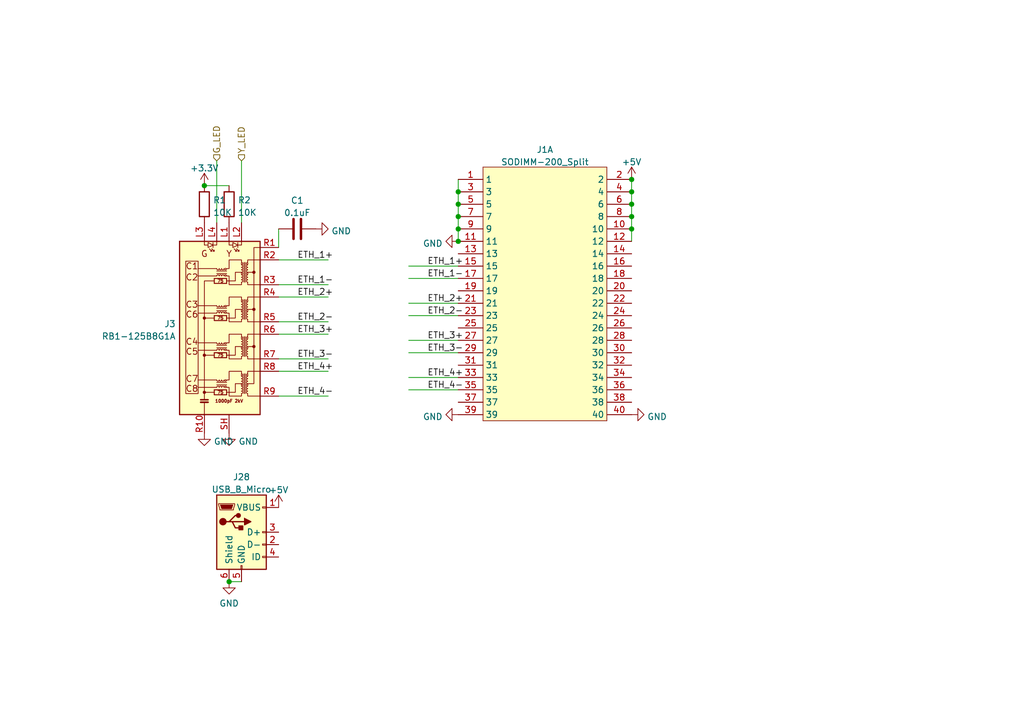
<source format=kicad_sch>
(kicad_sch (version 20211123) (generator eeschema)
  (paper "A5")
  (lib_symbols
    (symbol "Connector:RB1-125B8G1A" (pin_names hide)
      (property "Reference" "J" (at -7.62 20.32 0))
      (property "Value" "RB1-125B8G1A" (at 15.24 20.32 0))
      (symbol "RB1-125B8G1A_0_0"
        (polyline (pts (xy -0.508 -11.938) (xy -2.54 -11.938)))
        (polyline (pts (xy 0 -10.922) (xy -3.81 -10.922)))
        (polyline (pts (xy 0 -9.398) (xy -3.81 -9.398)))
        (polyline (pts (xy 0 -3.302) (xy -3.81 -3.302)))
        (polyline (pts (xy 0 -1.778) (xy -3.81 -1.778)))
        (polyline (pts (xy 0 4.318) (xy -3.81 4.318)))
        (polyline (pts (xy 0 5.842) (xy -3.81 5.842)))
        (polyline (pts (xy 0 11.938) (xy -3.81 11.938)))
        (polyline (pts (xy 0 13.462) (xy -3.81 13.462)))
        (polyline (pts (xy 6.35 5.08) (xy 7.62 5.08)))
        (polyline (pts (xy 7.62 -2.54) (xy 6.35 -2.54)))
        (polyline (pts (xy 7.62 12.7) (xy 6.35 12.7)))
        (polyline (pts (xy 2.032 -11.938) (xy 3.81 -11.938) (xy 3.81 -10.16) (xy 5.08 -10.16)))
        (polyline (pts (xy 2.032 -4.318) (xy 3.81 -4.318) (xy 3.81 -2.54) (xy 5.08 -2.54)))
        (polyline (pts (xy 2.032 3.302) (xy 3.81 3.302) (xy 3.81 5.08) (xy 5.08 5.08)))
        (polyline (pts (xy 2.032 10.922) (xy 3.81 10.922) (xy 3.81 12.7) (xy 5.08 12.7)))
        (text "1000pF 2kV" (at 2.54 -13.716 0) (effects (font (size 0.635 0.635))))
        (text "75" (at 0.762 -11.938 0) (effects (font (size 0.635 0.635))))
        (text "75" (at 0.762 -4.318 0) (effects (font (size 0.635 0.635))))
        (text "75" (at 0.762 3.302 0) (effects (font (size 0.635 0.635))))
        (text "75" (at 0.762 10.922 0) (effects (font (size 0.635 0.635))))
        (text "C1" (at -5.08 13.97 0) (effects (font (size 1.27 1.27))))
        (text "C2" (at -5.08 11.684 0) (effects (font (size 1.27 1.27))))
        (text "C3" (at -5.08 6.096 0) (effects (font (size 1.27 1.27))))
        (text "C4" (at -5.08 -1.524 0) (effects (font (size 1.27 1.27))))
        (text "C5" (at -5.08 -3.556 0) (effects (font (size 1.27 1.27))))
        (text "C6" (at -5.08 4.064 0) (effects (font (size 1.27 1.27))))
        (text "C7" (at -5.08 -9.144 0) (effects (font (size 1.27 1.27))))
        (text "C8" (at -5.08 -11.176 0) (effects (font (size 1.27 1.27))))
        (text "G" (at -2.54 16.51 0) (effects (font (size 1.27 1.27))))
        (text "Y" (at 2.54 16.51 0) (effects (font (size 1.27 1.27))))
      )
      (symbol "RB1-125B8G1A_0_1"
        (rectangle (start -3.81 -12.192) (end -6.35 14.986))
        (circle (center -2.54 -11.938) (radius 0.254) (fill (type outline)))
        (circle (center -2.54 -4.318) (radius 0.254) (fill (type outline)))
        (circle (center -2.54 3.302) (radius 0.254) (fill (type outline)))
        (rectangle (start -0.508 -12.446) (end 2.032 -11.43) (stroke (width 0.2032)))
        (rectangle (start -0.508 -4.826) (end 2.032 -3.81) (stroke (width 0.2032)))
        (rectangle (start -0.508 2.794) (end 2.032 3.81) (stroke (width 0.2032)))
        (rectangle (start -0.508 10.414) (end 2.032 11.43) (stroke (width 0.2032)))
        (arc (start 0 -9.398) (mid 0.254 -9.652) (end 0.508 -9.398))
        (arc (start 0 -1.778) (mid 0.254 -2.032) (end 0.508 -1.778))
        (polyline (pts (xy -3.302 -13.97) (xy -1.778 -13.97)) (stroke (width 0.3302)))
        (polyline (pts (xy -3.302 -13.462) (xy -1.778 -13.462)) (stroke (width 0.3048)))
        (polyline (pts (xy -2.54 -16.51) (xy -2.54 -13.97)))
        (polyline (pts (xy -2.54 3.302) (xy -0.508 3.302)))
        (polyline (pts (xy -1.016 17.018) (xy -1.524 17.526)))
        (polyline (pts (xy -0.762 18.796) (xy -0.762 17.78)))
        (polyline (pts (xy -0.508 -4.318) (xy -2.54 -4.318)))
        (polyline (pts (xy -0.508 17.018) (xy -1.016 17.526)))
        (polyline (pts (xy 0 -10.414) (xy 2.032 -10.414)))
        (polyline (pts (xy 0 -2.794) (xy 2.032 -2.794)))
        (polyline (pts (xy 0 4.826) (xy 2.032 4.826)))
        (polyline (pts (xy 0 12.446) (xy 2.032 12.446)))
        (polyline (pts (xy 2.032 -9.906) (xy 0 -9.906)))
        (polyline (pts (xy 2.032 -2.286) (xy 0 -2.286)))
        (polyline (pts (xy 2.032 5.334) (xy 0 5.334)))
        (polyline (pts (xy 2.032 12.954) (xy 0 12.954)))
        (polyline (pts (xy 4.064 17.018) (xy 3.556 17.526)))
        (polyline (pts (xy 4.318 18.796) (xy 4.318 17.78)))
        (polyline (pts (xy 4.572 17.018) (xy 4.064 17.526)))
        (polyline (pts (xy 5.588 -8.128) (xy 5.588 -12.192)))
        (polyline (pts (xy 5.588 -0.508) (xy 5.588 -4.572)))
        (polyline (pts (xy 5.588 7.112) (xy 5.588 3.048)))
        (polyline (pts (xy 5.588 14.732) (xy 5.588 10.668)))
        (polyline (pts (xy 5.842 -12.192) (xy 5.842 -8.128)))
        (polyline (pts (xy 5.842 -4.572) (xy 5.842 -0.508)))
        (polyline (pts (xy 5.842 3.048) (xy 5.842 7.112)))
        (polyline (pts (xy 5.842 10.668) (xy 5.842 14.732)))
        (polyline (pts (xy -2.54 -13.462) (xy -2.54 10.922) (xy -0.508 10.922)))
        (polyline (pts (xy -2.54 19.05) (xy -2.54 18.288) (xy -1.778 18.288)))
        (polyline (pts (xy -1.016 17.272) (xy -1.016 17.018) (xy -1.27 17.018)))
        (polyline (pts (xy -0.508 17.272) (xy -0.508 17.018) (xy -0.762 17.018)))
        (polyline (pts (xy 0 19.05) (xy 0 18.288) (xy -0.762 18.288)))
        (polyline (pts (xy 2.54 19.05) (xy 2.54 18.288) (xy 3.302 18.288)))
        (polyline (pts (xy 4.064 17.272) (xy 4.064 17.018) (xy 3.81 17.018)))
        (polyline (pts (xy 4.572 17.272) (xy 4.572 17.018) (xy 4.318 17.018)))
        (polyline (pts (xy 5.08 19.05) (xy 5.08 18.288) (xy 4.318 18.288)))
        (polyline (pts (xy 6.35 -12.192) (xy 6.35 -12.7) (xy 8.89 -12.7)))
        (polyline (pts (xy 6.35 -8.128) (xy 6.35 -7.62) (xy 8.89 -7.62)))
        (polyline (pts (xy 6.35 -4.572) (xy 6.35 -5.08) (xy 8.89 -5.08)))
        (polyline (pts (xy 6.35 -0.508) (xy 6.35 0) (xy 8.89 0)))
        (polyline (pts (xy 6.35 3.048) (xy 6.35 2.54) (xy 8.89 2.54)))
        (polyline (pts (xy 6.35 7.112) (xy 6.35 7.62) (xy 8.89 7.62)))
        (polyline (pts (xy 6.35 10.668) (xy 6.35 10.16) (xy 8.89 10.16)))
        (polyline (pts (xy 6.35 14.732) (xy 6.35 15.24) (xy 8.89 15.24)))
        (polyline (pts (xy -0.762 18.288) (xy -1.778 18.796) (xy -1.778 17.78) (xy -0.762 18.288)))
        (polyline (pts (xy 4.318 18.288) (xy 3.302 18.796) (xy 3.302 17.78) (xy 4.318 18.288)))
        (polyline (pts (xy 8.89 17.78) (xy 7.62 17.78) (xy 7.62 -10.16) (xy 6.35 -10.16)))
        (polyline (pts (xy 2.032 -9.398) (xy 2.54 -9.398) (xy 2.54 -7.62) (xy 5.08 -7.62) (xy 5.08 -8.128)))
        (polyline (pts (xy 2.032 -1.778) (xy 2.54 -1.778) (xy 2.54 0) (xy 5.08 0) (xy 5.08 -0.508)))
        (polyline (pts (xy 2.032 5.842) (xy 2.54 5.842) (xy 2.54 7.62) (xy 5.08 7.62) (xy 5.08 7.112)))
        (polyline (pts (xy 2.032 13.462) (xy 2.54 13.462) (xy 2.54 15.24) (xy 5.08 15.24) (xy 5.08 14.732)))
        (polyline (pts (xy 5.08 -12.192) (xy 5.08 -12.7) (xy 2.54 -12.7) (xy 2.54 -10.922) (xy 2.032 -10.922)))
        (polyline (pts (xy 5.08 -4.572) (xy 5.08 -5.08) (xy 2.54 -5.08) (xy 2.54 -3.302) (xy 2.032 -3.302)))
        (polyline (pts (xy 5.08 3.048) (xy 5.08 2.54) (xy 2.54 2.54) (xy 2.54 4.318) (xy 2.032 4.318)))
        (polyline (pts (xy 5.08 10.668) (xy 5.08 10.16) (xy 2.54 10.16) (xy 2.54 11.938) (xy 2.032 11.938)))
        (arc (start 0 5.842) (mid 0.254 5.588) (end 0.508 5.842))
        (arc (start 0 13.462) (mid 0.254 13.208) (end 0.508 13.462))
        (arc (start 0.508 -10.922) (mid 0.254 -10.668) (end 0 -10.922))
        (arc (start 0.508 -9.398) (mid 0.762 -9.652) (end 1.016 -9.398))
        (arc (start 0.508 -3.302) (mid 0.254 -3.048) (end 0 -3.302))
        (arc (start 0.508 -1.778) (mid 0.762 -2.032) (end 1.016 -1.778))
        (arc (start 0.508 4.318) (mid 0.254 4.572) (end 0 4.318))
        (arc (start 0.508 5.842) (mid 0.762 5.588) (end 1.016 5.842))
        (arc (start 0.508 11.938) (mid 0.254 12.192) (end 0 11.938))
        (arc (start 0.508 13.462) (mid 0.762 13.208) (end 1.016 13.462))
        (arc (start 1.016 -10.922) (mid 0.762 -10.668) (end 0.508 -10.922))
        (arc (start 1.016 -9.398) (mid 1.27 -9.652) (end 1.524 -9.398))
        (arc (start 1.016 -3.302) (mid 0.762 -3.048) (end 0.508 -3.302))
        (arc (start 1.016 -1.778) (mid 1.27 -2.032) (end 1.524 -1.778))
        (arc (start 1.016 4.318) (mid 0.762 4.572) (end 0.508 4.318))
        (arc (start 1.016 5.842) (mid 1.27 5.588) (end 1.524 5.842))
        (arc (start 1.016 11.938) (mid 0.762 12.192) (end 0.508 11.938))
        (arc (start 1.016 13.462) (mid 1.27 13.208) (end 1.524 13.462))
        (arc (start 1.524 -10.922) (mid 1.27 -10.668) (end 1.016 -10.922))
        (arc (start 1.524 -9.398) (mid 1.778 -9.652) (end 2.032 -9.398))
        (arc (start 1.524 -3.302) (mid 1.27 -3.048) (end 1.016 -3.302))
        (arc (start 1.524 -1.778) (mid 1.778 -2.032) (end 2.032 -1.778))
        (arc (start 1.524 4.318) (mid 1.27 4.572) (end 1.016 4.318))
        (arc (start 1.524 5.842) (mid 1.778 5.588) (end 2.032 5.842))
        (arc (start 1.524 11.938) (mid 1.27 12.192) (end 1.016 11.938))
        (arc (start 1.524 13.462) (mid 1.778 13.208) (end 2.032 13.462))
        (circle (center 1.778 -10.9474) (radius 0.0762) (stroke (width 0.0254)) (fill (type outline)))
        (circle (center 1.778 -9.3726) (radius 0.0762) (stroke (width 0.0254)) (fill (type outline)))
        (circle (center 1.778 -3.3274) (radius 0.0762) (stroke (width 0.0254)) (fill (type outline)))
        (circle (center 1.778 -1.7526) (radius 0.0762) (stroke (width 0.0254)) (fill (type outline)))
        (circle (center 1.778 4.2926) (radius 0.0762) (stroke (width 0.0254)) (fill (type outline)))
        (circle (center 1.778 5.8674) (radius 0.0762) (stroke (width 0.0254)) (fill (type outline)))
        (circle (center 1.778 11.9126) (radius 0.0762) (stroke (width 0.0254)) (fill (type outline)))
        (circle (center 1.778 13.4874) (radius 0.0762) (stroke (width 0.0254)) (fill (type outline)))
        (arc (start 2.032 -10.922) (mid 1.778 -10.668) (end 1.524 -10.922))
        (arc (start 2.032 -3.302) (mid 1.778 -3.048) (end 1.524 -3.302))
        (arc (start 2.032 4.318) (mid 1.778 4.572) (end 1.524 4.318))
        (arc (start 2.032 11.938) (mid 1.778 12.192) (end 1.524 11.938))
        (circle (center 5.0546 -10.414) (radius 0.0762) (stroke (width 0.0254)) (fill (type outline)))
        (circle (center 5.0546 -8.382) (radius 0.0762) (stroke (width 0.0254)) (fill (type outline)))
        (circle (center 5.0546 -2.794) (radius 0.0762) (stroke (width 0.0254)) (fill (type outline)))
        (circle (center 5.0546 -0.762) (radius 0.0762) (stroke (width 0.0254)) (fill (type outline)))
        (circle (center 5.0546 4.826) (radius 0.0762) (stroke (width 0.0254)) (fill (type outline)))
        (circle (center 5.0546 6.858) (radius 0.0762) (stroke (width 0.0254)) (fill (type outline)))
        (circle (center 5.0546 12.446) (radius 0.0762) (stroke (width 0.0254)) (fill (type outline)))
        (circle (center 5.0546 14.478) (radius 0.0762) (stroke (width 0.0254)) (fill (type outline)))
        (arc (start 5.08 -12.192) (mid 5.334 -11.938) (end 5.08 -11.684))
        (arc (start 5.08 -11.684) (mid 5.334 -11.43) (end 5.08 -11.176))
        (arc (start 5.08 -11.176) (mid 5.334 -10.922) (end 5.08 -10.668))
        (arc (start 5.08 -10.668) (mid 5.334 -10.414) (end 5.08 -10.16))
        (arc (start 5.08 -10.16) (mid 5.334 -9.906) (end 5.08 -9.652))
        (arc (start 5.08 -9.652) (mid 5.334 -9.398) (end 5.08 -9.144))
        (arc (start 5.08 -9.144) (mid 5.334 -8.89) (end 5.08 -8.636))
        (arc (start 5.08 -8.636) (mid 5.334 -8.382) (end 5.08 -8.128))
        (arc (start 5.08 -4.572) (mid 5.334 -4.318) (end 5.08 -4.064))
        (arc (start 5.08 -4.064) (mid 5.334 -3.81) (end 5.08 -3.556))
        (arc (start 5.08 -3.556) (mid 5.334 -3.302) (end 5.08 -3.048))
        (arc (start 5.08 -3.048) (mid 5.334 -2.794) (end 5.08 -2.54))
        (arc (start 5.08 -2.54) (mid 5.334 -2.286) (end 5.08 -2.032))
        (arc (start 5.08 -2.032) (mid 5.334 -1.778) (end 5.08 -1.524))
        (arc (start 5.08 -1.524) (mid 5.334 -1.27) (end 5.08 -1.016))
        (arc (start 5.08 -1.016) (mid 5.334 -0.762) (end 5.08 -0.508))
        (arc (start 5.08 3.048) (mid 5.334 3.302) (end 5.08 3.556))
        (arc (start 5.08 3.556) (mid 5.334 3.81) (end 5.08 4.064))
        (arc (start 5.08 4.064) (mid 5.334 4.318) (end 5.08 4.572))
        (arc (start 5.08 4.572) (mid 5.334 4.826) (end 5.08 5.08))
        (arc (start 5.08 5.08) (mid 5.334 5.334) (end 5.08 5.588))
        (arc (start 5.08 5.588) (mid 5.334 5.842) (end 5.08 6.096))
        (arc (start 5.08 6.096) (mid 5.334 6.35) (end 5.08 6.604))
        (arc (start 5.08 6.604) (mid 5.334 6.858) (end 5.08 7.112))
        (arc (start 5.08 10.668) (mid 5.334 10.922) (end 5.08 11.176))
        (arc (start 5.08 11.176) (mid 5.334 11.43) (end 5.08 11.684))
        (arc (start 5.08 11.684) (mid 5.334 11.938) (end 5.08 12.192))
        (arc (start 5.08 12.192) (mid 5.334 12.446) (end 5.08 12.7))
        (arc (start 5.08 12.7) (mid 5.334 12.954) (end 5.08 13.208))
        (arc (start 5.08 13.208) (mid 5.334 13.462) (end 5.08 13.716))
        (arc (start 5.08 13.716) (mid 5.334 13.97) (end 5.08 14.224))
        (arc (start 5.08 14.224) (mid 5.334 14.478) (end 5.08 14.732))
        (arc (start 6.35 -11.684) (mid 6.096 -11.938) (end 6.35 -12.192))
        (arc (start 6.35 -11.176) (mid 6.096 -11.43) (end 6.35 -11.684))
        (arc (start 6.35 -10.668) (mid 6.096 -10.922) (end 6.35 -11.176))
        (arc (start 6.35 -10.16) (mid 6.096 -10.414) (end 6.35 -10.668))
        (arc (start 6.35 -9.652) (mid 6.096 -9.906) (end 6.35 -10.16))
        (arc (start 6.35 -9.144) (mid 6.096 -9.398) (end 6.35 -9.652))
        (arc (start 6.35 -8.636) (mid 6.096 -8.89) (end 6.35 -9.144))
        (arc (start 6.35 -8.128) (mid 6.096 -8.382) (end 6.35 -8.636))
        (arc (start 6.35 -4.064) (mid 6.096 -4.318) (end 6.35 -4.572))
        (arc (start 6.35 -3.556) (mid 6.096 -3.81) (end 6.35 -4.064))
        (arc (start 6.35 -3.048) (mid 6.096 -3.302) (end 6.35 -3.556))
        (arc (start 6.35 -2.54) (mid 6.096 -2.794) (end 6.35 -3.048))
        (arc (start 6.35 -2.032) (mid 6.096 -2.286) (end 6.35 -2.54))
        (arc (start 6.35 -1.524) (mid 6.096 -1.778) (end 6.35 -2.032))
        (arc (start 6.35 -1.016) (mid 6.096 -1.27) (end 6.35 -1.524))
        (arc (start 6.35 -0.508) (mid 6.096 -0.762) (end 6.35 -1.016))
        (arc (start 6.35 3.556) (mid 6.096 3.302) (end 6.35 3.048))
        (arc (start 6.35 4.064) (mid 6.096 3.81) (end 6.35 3.556))
        (arc (start 6.35 4.572) (mid 6.096 4.318) (end 6.35 4.064))
        (arc (start 6.35 5.08) (mid 6.096 4.826) (end 6.35 4.572))
        (arc (start 6.35 5.588) (mid 6.096 5.334) (end 6.35 5.08))
        (arc (start 6.35 6.096) (mid 6.096 5.842) (end 6.35 5.588))
        (arc (start 6.35 6.604) (mid 6.096 6.35) (end 6.35 6.096))
        (arc (start 6.35 7.112) (mid 6.096 6.858) (end 6.35 6.604))
        (arc (start 6.35 11.176) (mid 6.096 10.922) (end 6.35 10.668))
        (arc (start 6.35 11.684) (mid 6.096 11.43) (end 6.35 11.176))
        (arc (start 6.35 12.192) (mid 6.096 11.938) (end 6.35 11.684))
        (arc (start 6.35 12.7) (mid 6.096 12.446) (end 6.35 12.192))
        (arc (start 6.35 13.208) (mid 6.096 12.954) (end 6.35 12.7))
        (arc (start 6.35 13.716) (mid 6.096 13.462) (end 6.35 13.208))
        (arc (start 6.35 14.224) (mid 6.096 13.97) (end 6.35 13.716))
        (arc (start 6.35 14.732) (mid 6.096 14.478) (end 6.35 14.224))
        (circle (center 6.3754 -10.414) (radius 0.0762) (stroke (width 0.0254)) (fill (type outline)))
        (circle (center 6.3754 -8.382) (radius 0.0762) (stroke (width 0.0254)) (fill (type outline)))
        (circle (center 6.3754 -2.794) (radius 0.0762) (stroke (width 0.0254)) (fill (type outline)))
        (circle (center 6.3754 -0.762) (radius 0.0762) (stroke (width 0.0254)) (fill (type outline)))
        (circle (center 6.3754 4.826) (radius 0.0762) (stroke (width 0.0254)) (fill (type outline)))
        (circle (center 6.3754 6.858) (radius 0.0762) (stroke (width 0.0254)) (fill (type outline)))
        (circle (center 6.3754 12.446) (radius 0.0762) (stroke (width 0.0254)) (fill (type outline)))
        (circle (center 6.3754 14.478) (radius 0.0762) (stroke (width 0.0254)) (fill (type outline)))
        (circle (center 7.62 -2.54) (radius 0.254) (fill (type outline)))
        (circle (center 7.62 5.08) (radius 0.254) (fill (type outline)))
        (circle (center 7.62 12.7) (radius 0.254) (fill (type outline)))
        (rectangle (start 8.89 19.05) (end -7.62 -16.51) (stroke (width 0.254)) (fill (type background)))
        (pin power_in line (at -2.54 -20.32 90) (length 3.81) (name "GND") (number "R10"))
      )
      (symbol "RB1-125B8G1A_1_1"
        (pin passive line (at 2.54 22.86 270) (length 3.81) (name "~") (number "L1"))
        (pin passive line (at 5.08 22.86 270) (length 3.81) (name "~") (number "L2"))
        (pin passive line (at -2.54 22.86 270) (length 3.81) (name "~") (number "L3"))
        (pin passive line (at 0 22.86 270) (length 3.81) (name "~") (number "L4"))
        (pin passive line (at 12.7 17.78 180) (length 3.81) (name "CT") (number "R1"))
        (pin passive line (at 12.7 15.24 180) (length 3.81) (name "TD1+") (number "R2"))
        (pin passive line (at 12.7 10.16 180) (length 3.81) (name "TD1-") (number "R3"))
        (pin passive line (at 12.7 7.62 180) (length 3.81) (name "TD2+") (number "R4"))
        (pin passive line (at 12.7 2.54 180) (length 3.81) (name "TD2-") (number "R5"))
        (pin passive line (at 12.7 0 180) (length 3.81) (name "TD3+") (number "R6"))
        (pin passive line (at 12.7 -5.08 180) (length 3.81) (name "TD3-") (number "R7"))
        (pin passive line (at 12.7 -7.62 180) (length 3.81) (name "TD4+") (number "R8"))
        (pin passive line (at 12.7 -12.7 180) (length 3.81) (name "TD4-") (number "R9"))
        (pin passive line (at 2.54 -20.32 90) (length 3.81) (name "SH") (number "SH"))
      )
    )
    (symbol "Connector:SODIMM-200_Split"
      (property "Reference" "J" (at 0 1.27 0))
      (property "Value" "SODIMM-200_Split" (at 0 -1.27 0))
      (symbol "SODIMM-200_Split_1_1"
        (rectangle (start -12.7 25.4) (end 12.7 -26.67) (fill (type background)))
        (pin passive line (at -17.78 22.86 0) (length 5.08) (name "1") (number "1"))
        (pin passive line (at 17.78 12.7 180) (length 5.08) (name "10") (number "10"))
        (pin passive line (at -17.78 10.16 0) (length 5.08) (name "11") (number "11"))
        (pin passive line (at 17.78 10.16 180) (length 5.08) (name "12") (number "12"))
        (pin passive line (at -17.78 7.62 0) (length 5.08) (name "13") (number "13"))
        (pin passive line (at 17.78 7.62 180) (length 5.08) (name "14") (number "14"))
        (pin passive line (at -17.78 5.08 0) (length 5.08) (name "15") (number "15"))
        (pin passive line (at 17.78 5.08 180) (length 5.08) (name "16") (number "16"))
        (pin passive line (at -17.78 2.54 0) (length 5.08) (name "17") (number "17"))
        (pin passive line (at 17.78 2.54 180) (length 5.08) (name "18") (number "18"))
        (pin passive line (at -17.78 0 0) (length 5.08) (name "19") (number "19"))
        (pin passive line (at 17.78 22.86 180) (length 5.08) (name "2") (number "2"))
        (pin passive line (at 17.78 0 180) (length 5.08) (name "20") (number "20"))
        (pin passive line (at -17.78 -2.54 0) (length 5.08) (name "21") (number "21"))
        (pin passive line (at 17.78 -2.54 180) (length 5.08) (name "22") (number "22"))
        (pin passive line (at -17.78 -5.08 0) (length 5.08) (name "23") (number "23"))
        (pin passive line (at 17.78 -5.08 180) (length 5.08) (name "24") (number "24"))
        (pin passive line (at -17.78 -7.62 0) (length 5.08) (name "25") (number "25"))
        (pin passive line (at 17.78 -7.62 180) (length 5.08) (name "26") (number "26"))
        (pin passive line (at -17.78 -10.16 0) (length 5.08) (name "27") (number "27"))
        (pin passive line (at 17.78 -10.16 180) (length 5.08) (name "28") (number "28"))
        (pin passive line (at -17.78 -12.7 0) (length 5.08) (name "29") (number "29"))
        (pin passive line (at -17.78 20.32 0) (length 5.08) (name "3") (number "3"))
        (pin passive line (at 17.78 -12.7 180) (length 5.08) (name "30") (number "30"))
        (pin passive line (at -17.78 -15.24 0) (length 5.08) (name "31") (number "31"))
        (pin passive line (at 17.78 -15.24 180) (length 5.08) (name "32") (number "32"))
        (pin passive line (at -17.78 -17.78 0) (length 5.08) (name "33") (number "33"))
        (pin passive line (at 17.78 -17.78 180) (length 5.08) (name "34") (number "34"))
        (pin passive line (at -17.78 -20.32 0) (length 5.08) (name "35") (number "35"))
        (pin passive line (at 17.78 -20.32 180) (length 5.08) (name "36") (number "36"))
        (pin passive line (at -17.78 -22.86 0) (length 5.08) (name "37") (number "37"))
        (pin passive line (at 17.78 -22.86 180) (length 5.08) (name "38") (number "38"))
        (pin passive line (at -17.78 -25.4 0) (length 5.08) (name "39") (number "39"))
        (pin passive line (at 17.78 20.32 180) (length 5.08) (name "4") (number "4"))
        (pin passive line (at 17.78 -25.4 180) (length 5.08) (name "40") (number "40"))
        (pin passive line (at -17.78 17.78 0) (length 5.08) (name "5") (number "5"))
        (pin passive line (at 17.78 17.78 180) (length 5.08) (name "6") (number "6"))
        (pin passive line (at -17.78 15.24 0) (length 5.08) (name "7") (number "7"))
        (pin passive line (at 17.78 15.24 180) (length 5.08) (name "8") (number "8"))
        (pin passive line (at -17.78 12.7 0) (length 5.08) (name "9") (number "9"))
      )
      (symbol "SODIMM-200_Split_2_1"
        (rectangle (start -12.7 -26.67) (end 12.7 24.13) (fill (type background)))
        (pin passive line (at -17.78 22.86 0) (length 5.08) (name "41") (number "41"))
        (pin passive line (at 17.78 22.86 180) (length 5.08) (name "42") (number "42"))
        (pin passive line (at -17.78 20.32 0) (length 5.08) (name "43") (number "43"))
        (pin passive line (at 17.78 20.32 180) (length 5.08) (name "44") (number "44"))
        (pin passive line (at -17.78 17.78 0) (length 5.08) (name "45") (number "45"))
        (pin passive line (at 17.78 17.78 180) (length 5.08) (name "46") (number "46"))
        (pin passive line (at -17.78 15.24 0) (length 5.08) (name "47") (number "47"))
        (pin passive line (at 17.78 15.24 180) (length 5.08) (name "48") (number "48"))
        (pin passive line (at -17.78 12.7 0) (length 5.08) (name "49") (number "49"))
        (pin passive line (at 17.78 12.7 180) (length 5.08) (name "50") (number "50"))
        (pin passive line (at -17.78 10.16 0) (length 5.08) (name "51") (number "51"))
        (pin passive line (at 17.78 10.16 180) (length 5.08) (name "52") (number "52"))
        (pin passive line (at -17.78 7.62 0) (length 5.08) (name "53") (number "53"))
        (pin passive line (at 17.78 7.62 180) (length 5.08) (name "54") (number "54"))
        (pin passive line (at -17.78 5.08 0) (length 5.08) (name "55") (number "55"))
        (pin passive line (at 17.78 5.08 180) (length 5.08) (name "56") (number "56"))
        (pin passive line (at -17.78 2.54 0) (length 5.08) (name "57") (number "57"))
        (pin passive line (at 17.78 2.54 180) (length 5.08) (name "58") (number "58"))
        (pin passive line (at -17.78 0 0) (length 5.08) (name "59") (number "59"))
        (pin passive line (at 17.78 0 180) (length 5.08) (name "60") (number "60"))
        (pin passive line (at -17.78 -2.54 0) (length 5.08) (name "61") (number "61"))
        (pin passive line (at 17.78 -2.54 180) (length 5.08) (name "62") (number "62"))
        (pin passive line (at -17.78 -5.08 0) (length 5.08) (name "63") (number "63"))
        (pin passive line (at 17.78 -5.08 180) (length 5.08) (name "64") (number "64"))
        (pin passive line (at -17.78 -7.62 0) (length 5.08) (name "65") (number "65"))
        (pin passive line (at 17.78 -7.62 180) (length 5.08) (name "66") (number "66"))
        (pin passive line (at -17.78 -10.16 0) (length 5.08) (name "67") (number "67"))
        (pin passive line (at 17.78 -10.16 180) (length 5.08) (name "68") (number "68"))
        (pin passive line (at -17.78 -12.7 0) (length 5.08) (name "69") (number "69"))
        (pin passive line (at 17.78 -12.7 180) (length 5.08) (name "70") (number "70"))
        (pin passive line (at -17.78 -15.24 0) (length 5.08) (name "71") (number "71"))
        (pin passive line (at 17.78 -15.24 180) (length 5.08) (name "72") (number "72"))
        (pin passive line (at -17.78 -17.78 0) (length 5.08) (name "73") (number "73"))
        (pin passive line (at 17.78 -17.78 180) (length 5.08) (name "74") (number "74"))
        (pin passive line (at -17.78 -20.32 0) (length 5.08) (name "75") (number "75"))
        (pin passive line (at 17.78 -20.32 180) (length 5.08) (name "76") (number "76"))
        (pin passive line (at -17.78 -22.86 0) (length 5.08) (name "77") (number "77"))
        (pin passive line (at 17.78 -22.86 180) (length 5.08) (name "78") (number "78"))
        (pin passive line (at -17.78 -25.4 0) (length 5.08) (name "79") (number "79"))
        (pin passive line (at 17.78 -25.4 180) (length 5.08) (name "80") (number "80"))
      )
      (symbol "SODIMM-200_Split_3_1"
        (rectangle (start -12.7 24.13) (end 12.7 -26.67) (fill (type background)))
        (pin passive line (at 17.78 0 180) (length 5.08) (name "100") (number "100"))
        (pin passive line (at -17.78 -2.54 0) (length 5.08) (name "101") (number "101"))
        (pin passive line (at 17.78 -2.54 180) (length 5.08) (name "102") (number "102"))
        (pin passive line (at -17.78 -5.08 0) (length 5.08) (name "103") (number "103"))
        (pin passive line (at 17.78 -5.08 180) (length 5.08) (name "104") (number "104"))
        (pin passive line (at -17.78 -7.62 0) (length 5.08) (name "105") (number "105"))
        (pin passive line (at 17.78 -7.62 180) (length 5.08) (name "106") (number "106"))
        (pin passive line (at -17.78 -10.16 0) (length 5.08) (name "107") (number "107"))
        (pin passive line (at 17.78 -10.16 180) (length 5.08) (name "108") (number "108"))
        (pin passive line (at -17.78 -12.7 0) (length 5.08) (name "109") (number "109"))
        (pin passive line (at 17.78 -12.7 180) (length 5.08) (name "110") (number "110"))
        (pin passive line (at -17.78 -15.24 0) (length 5.08) (name "111") (number "111"))
        (pin passive line (at 17.78 -15.24 180) (length 5.08) (name "112") (number "112"))
        (pin passive line (at -17.78 -17.78 0) (length 5.08) (name "113") (number "113"))
        (pin passive line (at 17.78 -17.78 180) (length 5.08) (name "114") (number "114"))
        (pin passive line (at -17.78 -20.32 0) (length 5.08) (name "115") (number "115"))
        (pin passive line (at 17.78 -20.32 180) (length 5.08) (name "116") (number "116"))
        (pin passive line (at -17.78 -22.86 0) (length 5.08) (name "117") (number "117"))
        (pin passive line (at 17.78 -22.86 180) (length 5.08) (name "118") (number "118"))
        (pin passive line (at -17.78 -25.4 0) (length 5.08) (name "119") (number "119"))
        (pin passive line (at 17.78 -25.4 180) (length 5.08) (name "120") (number "120"))
        (pin passive line (at -17.78 22.86 0) (length 5.08) (name "81") (number "81"))
        (pin passive line (at 17.78 22.86 180) (length 5.08) (name "82") (number "82"))
        (pin passive line (at -17.78 20.32 0) (length 5.08) (name "83") (number "83"))
        (pin passive line (at 17.78 20.32 180) (length 5.08) (name "84") (number "84"))
        (pin passive line (at -17.78 17.78 0) (length 5.08) (name "85") (number "85"))
        (pin passive line (at 17.78 17.78 180) (length 5.08) (name "86") (number "86"))
        (pin passive line (at -17.78 15.24 0) (length 5.08) (name "87") (number "87"))
        (pin passive line (at 17.78 15.24 180) (length 5.08) (name "88") (number "88"))
        (pin passive line (at -17.78 12.7 0) (length 5.08) (name "89") (number "89"))
        (pin passive line (at 17.78 12.7 180) (length 5.08) (name "90") (number "90"))
        (pin passive line (at -17.78 10.16 0) (length 5.08) (name "91") (number "91"))
        (pin passive line (at 17.78 10.16 180) (length 5.08) (name "92") (number "92"))
        (pin passive line (at -17.78 7.62 0) (length 5.08) (name "93") (number "93"))
        (pin passive line (at 17.78 7.62 180) (length 5.08) (name "94") (number "94"))
        (pin passive line (at -17.78 5.08 0) (length 5.08) (name "95") (number "95"))
        (pin passive line (at 17.78 5.08 180) (length 5.08) (name "96") (number "96"))
        (pin passive line (at -17.78 2.54 0) (length 5.08) (name "97") (number "97"))
        (pin passive line (at 17.78 2.54 180) (length 5.08) (name "98") (number "98"))
        (pin passive line (at -17.78 0 0) (length 5.08) (name "99") (number "99"))
      )
      (symbol "SODIMM-200_Split_4_1"
        (rectangle (start -12.7 24.13) (end 12.7 -26.67) (fill (type background)))
        (pin passive line (at -17.78 22.86 0) (length 5.08) (name "121") (number "121"))
        (pin passive line (at 17.78 22.86 180) (length 5.08) (name "122") (number "122"))
        (pin passive line (at -17.78 20.32 0) (length 5.08) (name "123") (number "123"))
        (pin passive line (at 17.78 20.32 180) (length 5.08) (name "124") (number "124"))
        (pin passive line (at -17.78 17.78 0) (length 5.08) (name "125") (number "125"))
        (pin passive line (at 17.78 17.78 180) (length 5.08) (name "126") (number "126"))
        (pin passive line (at -17.78 15.24 0) (length 5.08) (name "127") (number "127"))
        (pin passive line (at 17.78 15.24 180) (length 5.08) (name "128") (number "128"))
        (pin passive line (at -17.78 12.7 0) (length 5.08) (name "129") (number "129"))
        (pin passive line (at 17.78 12.7 180) (length 5.08) (name "130") (number "130"))
        (pin passive line (at -17.78 10.16 0) (length 5.08) (name "131") (number "131"))
        (pin passive line (at 17.78 10.16 180) (length 5.08) (name "132") (number "132"))
        (pin passive line (at -17.78 7.62 0) (length 5.08) (name "133") (number "133"))
        (pin passive line (at 17.78 7.62 180) (length 5.08) (name "134") (number "134"))
        (pin passive line (at -17.78 5.08 0) (length 5.08) (name "135") (number "135"))
        (pin passive line (at 17.78 5.08 180) (length 5.08) (name "136") (number "136"))
        (pin passive line (at -17.78 2.54 0) (length 5.08) (name "137") (number "137"))
        (pin passive line (at 17.78 2.54 180) (length 5.08) (name "138") (number "138"))
        (pin passive line (at -17.78 0 0) (length 5.08) (name "139") (number "139"))
        (pin passive line (at 17.78 0 180) (length 5.08) (name "140") (number "140"))
        (pin passive line (at -17.78 -2.54 0) (length 5.08) (name "141") (number "141"))
        (pin passive line (at 17.78 -2.54 180) (length 5.08) (name "142") (number "142"))
        (pin passive line (at -17.78 -5.08 0) (length 5.08) (name "143") (number "143"))
        (pin passive line (at 17.78 -5.08 180) (length 5.08) (name "144") (number "144"))
        (pin passive line (at -17.78 -7.62 0) (length 5.08) (name "145") (number "145"))
        (pin passive line (at 17.78 -7.62 180) (length 5.08) (name "146") (number "146"))
        (pin passive line (at -17.78 -10.16 0) (length 5.08) (name "147") (number "147"))
        (pin passive line (at 17.78 -10.16 180) (length 5.08) (name "148") (number "148"))
        (pin passive line (at -17.78 -12.7 0) (length 5.08) (name "149") (number "149"))
        (pin passive line (at 17.78 -12.7 180) (length 5.08) (name "150") (number "150"))
        (pin passive line (at -17.78 -15.24 0) (length 5.08) (name "151") (number "151"))
        (pin passive line (at 17.78 -15.24 180) (length 5.08) (name "152") (number "152"))
        (pin passive line (at -17.78 -17.78 0) (length 5.08) (name "153") (number "153"))
        (pin passive line (at 17.78 -17.78 180) (length 5.08) (name "154") (number "154"))
        (pin passive line (at -17.78 -20.32 0) (length 5.08) (name "155") (number "155"))
        (pin passive line (at 17.78 -20.32 180) (length 5.08) (name "156") (number "156"))
        (pin passive line (at -17.78 -22.86 0) (length 5.08) (name "157") (number "157"))
        (pin passive line (at 17.78 -22.86 180) (length 5.08) (name "158") (number "158"))
        (pin passive line (at -17.78 -25.4 0) (length 5.08) (name "159") (number "159"))
        (pin passive line (at 17.78 -25.4 180) (length 5.08) (name "160") (number "160"))
      )
      (symbol "SODIMM-200_Split_5_1"
        (rectangle (start -12.7 24.13) (end 12.7 -27.94) (fill (type background)))
        (pin passive line (at -17.78 22.86 0) (length 5.08) (name "161") (number "161"))
        (pin passive line (at 17.78 22.86 180) (length 5.08) (name "162") (number "162"))
        (pin passive line (at -17.78 20.32 0) (length 5.08) (name "163") (number "163"))
        (pin passive line (at 17.78 20.32 180) (length 5.08) (name "164") (number "164"))
        (pin passive line (at -17.78 17.78 0) (length 5.08) (name "165") (number "165"))
        (pin passive line (at 17.78 17.78 180) (length 5.08) (name "166") (number "166"))
        (pin passive line (at -17.78 15.24 0) (length 5.08) (name "167") (number "167"))
        (pin passive line (at 17.78 15.24 180) (length 5.08) (name "168") (number "168"))
        (pin passive line (at -17.78 12.7 0) (length 5.08) (name "169") (number "169"))
        (pin passive line (at 17.78 12.7 180) (length 5.08) (name "170") (number "170"))
        (pin passive line (at -17.78 10.16 0) (length 5.08) (name "171") (number "171"))
        (pin passive line (at 17.78 10.16 180) (length 5.08) (name "172") (number "172"))
        (pin passive line (at -17.78 7.62 0) (length 5.08) (name "173") (number "173"))
        (pin passive line (at 17.78 7.62 180) (length 5.08) (name "174") (number "174"))
        (pin passive line (at -17.78 5.08 0) (length 5.08) (name "175") (number "175"))
        (pin passive line (at 17.78 5.08 180) (length 5.08) (name "176") (number "176"))
        (pin passive line (at -17.78 2.54 0) (length 5.08) (name "177") (number "177"))
        (pin passive line (at 17.78 2.54 180) (length 5.08) (name "178") (number "178"))
        (pin passive line (at -17.78 0 0) (length 5.08) (name "179") (number "179"))
        (pin passive line (at 17.78 0 180) (length 5.08) (name "180") (number "180"))
        (pin passive line (at -17.78 -2.54 0) (length 5.08) (name "181") (number "181"))
        (pin passive line (at 17.78 -2.54 180) (length 5.08) (name "182") (number "182"))
        (pin passive line (at -17.78 -5.08 0) (length 5.08) (name "183") (number "183"))
        (pin passive line (at 17.78 -5.08 180) (length 5.08) (name "184") (number "184"))
        (pin passive line (at -17.78 -7.62 0) (length 5.08) (name "185") (number "185"))
        (pin passive line (at 17.78 -7.62 180) (length 5.08) (name "186") (number "186"))
        (pin passive line (at -17.78 -10.16 0) (length 5.08) (name "187") (number "187"))
        (pin passive line (at 17.78 -10.16 180) (length 5.08) (name "188") (number "188"))
        (pin passive line (at -17.78 -12.7 0) (length 5.08) (name "189") (number "189"))
        (pin passive line (at 17.78 -12.7 180) (length 5.08) (name "190") (number "190"))
        (pin passive line (at -17.78 -15.24 0) (length 5.08) (name "191") (number "191"))
        (pin passive line (at 17.78 -15.24 180) (length 5.08) (name "192") (number "192"))
        (pin passive line (at -17.78 -17.78 0) (length 5.08) (name "193") (number "193"))
        (pin passive line (at 17.78 -17.78 180) (length 5.08) (name "194") (number "194"))
        (pin passive line (at -17.78 -20.32 0) (length 5.08) (name "195") (number "195"))
        (pin passive line (at 17.78 -20.32 180) (length 5.08) (name "196") (number "196"))
        (pin passive line (at -17.78 -22.86 0) (length 5.08) (name "197") (number "197"))
        (pin passive line (at 17.78 -22.86 180) (length 5.08) (name "198") (number "198"))
        (pin passive line (at -17.78 -25.4 0) (length 5.08) (name "199") (number "199"))
        (pin passive line (at 17.78 -25.4 180) (length 5.08) (name "200") (number "200"))
      )
    )
    (symbol "Connector:USB_B_Micro" (pin_names (offset 1.016))
      (property "Reference" "J" (at -5.08 11.43 0))
      (property "Value" "USB_B_Micro" (at -5.08 8.89 0))
      (symbol "USB_B_Micro_0_1"
        (rectangle (start -5.08 -7.62) (end 5.08 7.62) (stroke (width 0.254)) (fill (type background)))
        (circle (center -3.81 2.159) (radius 0.635) (stroke (width 0.254)) (fill (type outline)))
        (circle (center -0.635 3.429) (radius 0.381) (stroke (width 0.254)) (fill (type outline)))
        (rectangle (start -0.127 -7.62) (end 0.127 -6.858))
        (polyline (pts (xy -1.905 2.159) (xy 0.635 2.159)) (stroke (width 0.254)))
        (polyline (pts (xy -3.175 2.159) (xy -2.54 2.159) (xy -1.27 3.429) (xy -0.635 3.429)) (stroke (width 0.254)))
        (polyline (pts (xy -2.54 2.159) (xy -1.905 2.159) (xy -1.27 0.889) (xy 0 0.889)) (stroke (width 0.254)))
        (polyline (pts (xy 0.635 2.794) (xy 0.635 1.524) (xy 1.905 2.159) (xy 0.635 2.794)) (stroke (width 0.254)) (fill (type outline)))
        (polyline (pts (xy -4.318 5.588) (xy -1.778 5.588) (xy -2.032 4.826) (xy -4.064 4.826) (xy -4.318 5.588)) (fill (type outline)))
        (polyline (pts (xy -4.699 5.842) (xy -4.699 5.588) (xy -4.445 4.826) (xy -4.445 4.572) (xy -1.651 4.572) (xy -1.651 4.826) (xy -1.397 5.588) (xy -1.397 5.842) (xy -4.699 5.842)))
        (rectangle (start 0.254 1.27) (end -0.508 0.508) (stroke (width 0.254)) (fill (type outline)))
        (rectangle (start 5.08 -5.207) (end 4.318 -4.953))
        (rectangle (start 5.08 -2.667) (end 4.318 -2.413))
        (rectangle (start 5.08 -0.127) (end 4.318 0.127))
        (rectangle (start 5.08 4.953) (end 4.318 5.207))
      )
      (symbol "USB_B_Micro_1_1"
        (pin power_out line (at 7.62 5.08 180) (length 2.54) (name "VBUS") (number "1"))
        (pin bidirectional line (at 7.62 -2.54 180) (length 2.54) (name "D-") (number "2"))
        (pin bidirectional line (at 7.62 0 180) (length 2.54) (name "D+") (number "3"))
        (pin passive line (at 7.62 -5.08 180) (length 2.54) (name "ID") (number "4"))
        (pin power_out line (at 0 -10.16 90) (length 2.54) (name "GND") (number "5"))
        (pin passive line (at -2.54 -10.16 90) (length 2.54) (name "Shield") (number "6"))
      )
    )
    (symbol "Device:C" (pin_numbers hide) (pin_names (offset 0.254))
      (property "Reference" "C" (at 0.635 2.54 0))
      (property "Value" "C" (at 0.635 -2.54 0))
      (symbol "C_0_1"
        (polyline (pts (xy -2.032 -0.762) (xy 2.032 -0.762)) (stroke (width 0.508)))
        (polyline (pts (xy -2.032 0.762) (xy 2.032 0.762)) (stroke (width 0.508)))
      )
      (symbol "C_1_1"
        (pin passive line (at 0 3.81 270) (length 2.794) (name "~") (number "1"))
        (pin passive line (at 0 -3.81 90) (length 2.794) (name "~") (number "2"))
      )
    )
    (symbol "Device:R" (pin_numbers hide) (pin_names (offset 0))
      (property "Reference" "R" (at 2.032 0 90))
      (property "Value" "R" (at 0 0 90))
      (symbol "R_0_1"
        (rectangle (start -1.016 -2.54) (end 1.016 2.54) (stroke (width 0.254)))
      )
      (symbol "R_1_1"
        (pin passive line (at 0 3.81 270) (length 1.27) (name "~") (number "1"))
        (pin passive line (at 0 -3.81 90) (length 1.27) (name "~") (number "2"))
      )
    )
    (symbol "power:+3.3V" (power) (pin_names (offset 0))
      (property "Value" "+3.3V" (at 0 3.556 0))
      (symbol "+3.3V_0_1"
        (polyline (pts (xy -0.762 1.27) (xy 0 2.54)))
        (polyline (pts (xy 0 0) (xy 0 2.54)))
        (polyline (pts (xy 0 2.54) (xy 0.762 1.27)))
      )
      (symbol "+3.3V_1_1"
        (pin power_in line (at 0 0 90) (length 0) hide (name "+3.3V") (number "1"))
      )
    )
    (symbol "power:+5V" (power) (pin_names (offset 0))
      (property "Value" "+5V" (at 0 3.556 0))
      (symbol "+5V_0_1"
        (polyline (pts (xy -0.762 1.27) (xy 0 2.54)))
        (polyline (pts (xy 0 0) (xy 0 2.54)))
        (polyline (pts (xy 0 2.54) (xy 0.762 1.27)))
      )
      (symbol "+5V_1_1"
        (pin power_in line (at 0 0 90) (length 0) hide (name "+5V") (number "1"))
      )
    )
    (symbol "power:GND" (power) (pin_names (offset 0))
      (property "Value" "GND" (at 0 -3.81 0))
      (symbol "GND_0_1"
        (polyline (pts (xy 0 0) (xy 0 -1.27) (xy 1.27 -1.27) (xy 0 -2.54) (xy -1.27 -1.27) (xy 0 -1.27)))
      )
      (symbol "GND_1_1"
        (pin power_in line (at 0 0 270) (length 0) hide (name "GND") (number "1"))
      )
    )
  )
  (junction (at 93.98 49.53))
  (junction (at 129.54 46.99))
  (junction (at 46.99 119.38))
  (junction (at 129.54 39.37))
  (junction (at 93.98 46.99))
  (junction (at 93.98 41.91))
  (junction (at 129.54 36.83))
  (junction (at 41.91 38.1))
  (junction (at 93.98 39.37))
  (junction (at 93.98 44.45))
  (junction (at 129.54 41.91))
  (junction (at 129.54 44.45))
  (wire (pts (xy 83.82 80.01) (xy 93.98 80.01)))
  (wire (pts (xy 57.15 58.42) (xy 67.31 58.42)))
  (wire (pts (xy 93.98 36.83) (xy 93.98 39.37)))
  (wire (pts (xy 93.98 39.37) (xy 93.98 41.91)))
  (wire (pts (xy 83.82 72.39) (xy 93.98 72.39)))
  (wire (pts (xy 83.82 62.23) (xy 93.98 62.23)))
  (wire (pts (xy 83.82 64.77) (xy 93.98 64.77)))
  (wire (pts (xy 83.82 69.85) (xy 93.98 69.85)))
  (wire (pts (xy 57.15 53.34) (xy 67.31 53.34)))
  (wire (pts (xy 49.53 33.02) (xy 49.53 45.72)))
  (wire (pts (xy 57.15 46.99) (xy 57.15 50.8)))
  (wire (pts (xy 129.54 36.83) (xy 129.54 39.37)))
  (wire (pts (xy 129.54 41.91) (xy 129.54 44.45)))
  (wire (pts (xy 129.54 46.99) (xy 129.54 49.53)))
  (wire (pts (xy 57.15 81.28) (xy 67.31 81.28)))
  (wire (pts (xy 83.82 57.15) (xy 93.98 57.15)))
  (wire (pts (xy 57.15 66.04) (xy 67.31 66.04)))
  (wire (pts (xy 83.82 77.47) (xy 93.98 77.47)))
  (wire (pts (xy 129.54 44.45) (xy 129.54 46.99)))
  (wire (pts (xy 93.98 44.45) (xy 93.98 46.99)))
  (wire (pts (xy 57.15 68.58) (xy 67.31 68.58)))
  (wire (pts (xy 57.15 76.2) (xy 67.31 76.2)))
  (wire (pts (xy 93.98 41.91) (xy 93.98 44.45)))
  (wire (pts (xy 46.99 119.38) (xy 49.53 119.38)))
  (wire (pts (xy 57.15 60.96) (xy 67.31 60.96)))
  (wire (pts (xy 41.91 38.1) (xy 46.99 38.1)))
  (wire (pts (xy 83.82 54.61) (xy 93.98 54.61)))
  (wire (pts (xy 44.45 33.02) (xy 44.45 45.72)))
  (wire (pts (xy 129.54 39.37) (xy 129.54 41.91)))
  (wire (pts (xy 57.15 73.66) (xy 67.31 73.66)))
  (wire (pts (xy 93.98 46.99) (xy 93.98 49.53)))
  (label "ETH_1+" (at 87.63 54.61 0))
  (label "ETH_4+" (at 60.96 76.2 0))
  (label "ETH_1+" (at 60.96 53.34 0))
  (label "ETH_4-" (at 60.96 81.28 0))
  (label "ETH_4+" (at 87.63 77.47 0))
  (label "ETH_2-" (at 60.96 66.04 0))
  (label "ETH_1-" (at 87.63 57.15 0))
  (label "ETH_1-" (at 60.96 58.42 0))
  (label "ETH_4-" (at 87.63 80.01 0))
  (label "ETH_3+" (at 60.96 68.58 0))
  (label "ETH_3-" (at 60.96 73.66 0))
  (label "ETH_2+" (at 87.63 62.23 0))
  (label "ETH_3-" (at 87.63 72.39 0))
  (label "ETH_3+" (at 87.63 69.85 0))
  (label "ETH_2+" (at 60.96 60.96 0))
  (label "ETH_2-" (at 87.63 64.77 0))
  (hierarchical_label "G_LED" (shape input) (at 44.45 33.02 90))
  (hierarchical_label "Y_LED" (shape input) (at 49.53 33.02 90))
  (symbol (lib_id "Connector:RB1-125B8G1A") (at 44.45 68.58 0) (unit 1)
    (property "Reference" "J3" (at 36.0681 66.4753 0) (effects (justify right)))
    (property "Value" "RB1-125B8G1A" (at 36.0681 69.0122 0) (effects (justify right)))
    (property "Footprint" "Connector_RJ:RJ45_UDE_RB1-125B8G1A" (effects hide))
    (property "Datasheet" "https://datasheet.lcsc.com/szlcsc/1901091107_UDE-Corp-RB1-125B8G1A_C363353.pdf" (effects hide))
  )
  (symbol (lib_id "power:GND") (at 93.98 85.09 270) (unit 1)
    (property "Reference" "#PWR0113" (effects hide))
    (property "Value" "GND" (at 90.8051 85.5238 90) (effects (justify right)))
  )
  (symbol (lib_id "Device:R") (at 41.91 41.91 0) (unit 1)
    (property "Reference" "R1" (at 43.688 41.0753 0) (effects (justify left)))
    (property "Value" "10K" (at 43.688 43.6122 0) (effects (justify left)))
    (property "Footprint" "Resistor_SMD:R_0603_1608Metric" (effects hide))
  )
  (symbol (lib_id "power:GND") (at 64.77 46.99 90) (unit 1)
    (property "Reference" "#PWR0105" (effects hide))
    (property "Value" "GND" (at 67.945 47.4238 90) (effects (justify right)))
  )
  (symbol (lib_id "Device:C") (at 60.96 46.99 90) (unit 1)
    (property "Reference" "C1" (at 60.96 41.1312 90))
    (property "Value" "0.1uF" (at 60.96 43.6681 90))
    (property "Footprint" "Capacitor_SMD:C_0603_1608Metric" (effects hide))
  )
  (symbol (lib_id "power:GND") (at 93.98 49.53 270) (unit 1)
    (property "Reference" "#PWR0103" (effects hide))
    (property "Value" "GND" (at 90.8051 49.9638 90) (effects (justify right)))
  )
  (symbol (lib_id "power:+5V") (at 57.15 104.14 0) (unit 1)
    (property "Reference" "#PWR0168" (effects hide))
    (property "Value" "+5V" (at 57.15 100.5642 0))
  )
  (symbol (lib_id "power:GND") (at 46.99 88.9 0) (unit 1)
    (property "Reference" "#PWR0107" (effects hide))
    (property "Value" "GND" (at 48.895 90.6038 0) (effects (justify left)))
  )
  (symbol (lib_id "Connector:USB_B_Micro") (at 49.53 109.22 0) (unit 1)
    (property "Reference" "J28" (at 49.53 97.9002 0))
    (property "Value" "USB_B_Micro" (at 49.53 100.4371 0))
    (property "Footprint" "Connector_USB:USB_Micro-B_Molex-105133-0001" (effects hide))
  )
  (symbol (lib_id "power:GND") (at 129.54 85.09 90) (unit 1)
    (property "Reference" "#PWR0112" (effects hide))
    (property "Value" "GND" (at 132.715 85.5238 90) (effects (justify right)))
  )
  (symbol (lib_id "power:+3.3V") (at 41.91 38.1 0) (unit 1)
    (property "Reference" "#PWR0116" (effects hide))
    (property "Value" "+3.3V" (at 41.91 34.5242 0))
  )
  (symbol (lib_id "power:+5V") (at 129.54 36.83 0) (unit 1)
    (property "Reference" "#PWR0104" (effects hide))
    (property "Value" "+5V" (at 129.54 33.2542 0))
  )
  (symbol (lib_id "Device:R") (at 46.99 41.91 0) (unit 1)
    (property "Reference" "R2" (at 48.768 41.0753 0) (effects (justify left)))
    (property "Value" "10K" (at 48.768 43.6122 0) (effects (justify left)))
    (property "Footprint" "Resistor_SMD:R_0603_1608Metric" (effects hide))
  )
  (symbol (lib_id "Connector:SODIMM-200_Split") (at 111.76 59.69 0) (unit 1)
    (property "Reference" "J1" (at 111.76 30.7172 0))
    (property "Value" "SODIMM-200_Split" (at 111.76 33.2541 0))
    (property "Footprint" "1473005-4:14730054" (effects hide))
  )
  (symbol (lib_id "power:GND") (at 41.91 88.9 0) (unit 1)
    (property "Reference" "#PWR0106" (effects hide))
    (property "Value" "GND" (at 43.815 90.6038 0) (effects (justify left)))
  )
  (symbol (lib_id "power:GND") (at 46.99 119.38 0) (unit 1)
    (property "Reference" "#PWR0169" (effects hide))
    (property "Value" "GND" (at 46.99 123.8234 0))
  )
)
</source>
